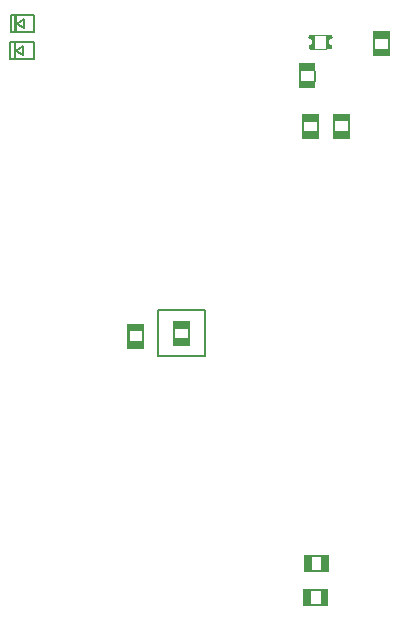
<source format=gbr>
G04 #@! TF.FileFunction,Drawing*
%FSLAX46Y46*%
G04 Gerber Fmt 4.6, Leading zero omitted, Abs format (unit mm)*
G04 Created by KiCad (PCBNEW 4.0.6) date 05/08/17 07:17:05*
%MOMM*%
%LPD*%
G01*
G04 APERTURE LIST*
%ADD10C,0.100000*%
%ADD11C,0.101600*%
%ADD12C,0.152400*%
%ADD13C,0.127000*%
G04 APERTURE END LIST*
D10*
D11*
X176190100Y-104343900D02*
G75*
G03X176890100Y-104343900I350000J0D01*
G01*
X176190100Y-106343900D02*
G75*
G02X176890100Y-106343900I350000J0D01*
G01*
X175965100Y-104818900D02*
X175965100Y-105868900D01*
X177115100Y-105843900D02*
X177115100Y-104418900D01*
X177093100Y-104493900D02*
G75*
G03X177093100Y-104493900I-103000J0D01*
G01*
D10*
G36*
X176240100Y-104843900D02*
X175915100Y-104843900D01*
X175915100Y-104343900D01*
X176240100Y-104343900D01*
X176240100Y-104843900D01*
G37*
G36*
X176865100Y-104843900D02*
X176715100Y-104843900D01*
X176715100Y-104593900D01*
X176865100Y-104593900D01*
X176865100Y-104843900D01*
G37*
G36*
X176365100Y-104843900D02*
X176215100Y-104843900D01*
X176215100Y-104593900D01*
X176365100Y-104593900D01*
X176365100Y-104843900D01*
G37*
G36*
X176740100Y-104843900D02*
X176340100Y-104843900D01*
X176340100Y-104668900D01*
X176740100Y-104668900D01*
X176740100Y-104843900D01*
G37*
G36*
X176240100Y-106343900D02*
X175915100Y-106343900D01*
X175915100Y-105843900D01*
X176240100Y-105843900D01*
X176240100Y-106343900D01*
G37*
G36*
X177165100Y-106343900D02*
X176840100Y-106343900D01*
X176840100Y-105843900D01*
X177165100Y-105843900D01*
X177165100Y-106343900D01*
G37*
G36*
X176365100Y-106093900D02*
X176215100Y-106093900D01*
X176215100Y-105843900D01*
X176365100Y-105843900D01*
X176365100Y-106093900D01*
G37*
G36*
X176865100Y-106093900D02*
X176715100Y-106093900D01*
X176715100Y-105843900D01*
X176865100Y-105843900D01*
X176865100Y-106093900D01*
G37*
G36*
X176740100Y-106018900D02*
X176340100Y-106018900D01*
X176340100Y-105843900D01*
X176740100Y-105843900D01*
X176740100Y-106018900D01*
G37*
G36*
X177140100Y-104843900D02*
X176840100Y-104843900D01*
X176840100Y-104543900D01*
X177140100Y-104543900D01*
X177140100Y-104843900D01*
G37*
G36*
X177165100Y-104418900D02*
X176940100Y-104418900D01*
X176940100Y-104343900D01*
X177165100Y-104343900D01*
X177165100Y-104418900D01*
G37*
D11*
X191211900Y-80076500D02*
G75*
G02X191211900Y-80776500I0J-350000D01*
G01*
X193211900Y-80076500D02*
G75*
G03X193211900Y-80776500I0J-350000D01*
G01*
X191686900Y-79851500D02*
X192736900Y-79851500D01*
X192711900Y-81001500D02*
X191286900Y-81001500D01*
X191464900Y-80876500D02*
G75*
G03X191464900Y-80876500I-103000J0D01*
G01*
D10*
G36*
X191711900Y-80126500D02*
X191711900Y-79801500D01*
X191211900Y-79801500D01*
X191211900Y-80126500D01*
X191711900Y-80126500D01*
G37*
G36*
X191711900Y-80751500D02*
X191711900Y-80601500D01*
X191461900Y-80601500D01*
X191461900Y-80751500D01*
X191711900Y-80751500D01*
G37*
G36*
X191711900Y-80251500D02*
X191711900Y-80101500D01*
X191461900Y-80101500D01*
X191461900Y-80251500D01*
X191711900Y-80251500D01*
G37*
G36*
X191711900Y-80626500D02*
X191711900Y-80226500D01*
X191536900Y-80226500D01*
X191536900Y-80626500D01*
X191711900Y-80626500D01*
G37*
G36*
X193211900Y-80126500D02*
X193211900Y-79801500D01*
X192711900Y-79801500D01*
X192711900Y-80126500D01*
X193211900Y-80126500D01*
G37*
G36*
X193211900Y-81051500D02*
X193211900Y-80726500D01*
X192711900Y-80726500D01*
X192711900Y-81051500D01*
X193211900Y-81051500D01*
G37*
G36*
X192961900Y-80251500D02*
X192961900Y-80101500D01*
X192711900Y-80101500D01*
X192711900Y-80251500D01*
X192961900Y-80251500D01*
G37*
G36*
X192961900Y-80751500D02*
X192961900Y-80601500D01*
X192711900Y-80601500D01*
X192711900Y-80751500D01*
X192961900Y-80751500D01*
G37*
G36*
X192886900Y-80626500D02*
X192886900Y-80226500D01*
X192711900Y-80226500D01*
X192711900Y-80626500D01*
X192886900Y-80626500D01*
G37*
G36*
X191711900Y-81026500D02*
X191711900Y-80726500D01*
X191411900Y-80726500D01*
X191411900Y-81026500D01*
X191711900Y-81026500D01*
G37*
G36*
X191286900Y-81051500D02*
X191286900Y-80826500D01*
X191211900Y-80826500D01*
X191211900Y-81051500D01*
X191286900Y-81051500D01*
G37*
D12*
X177175100Y-104933900D02*
X177175100Y-105753900D01*
X175905100Y-104933900D02*
X175905100Y-105753900D01*
D10*
G36*
X175841600Y-105750300D02*
X175841600Y-106400300D01*
X177241600Y-106400300D01*
X177241600Y-105750300D01*
X175841600Y-105750300D01*
G37*
G36*
X175841600Y-104277100D02*
X175841600Y-104927100D01*
X177241600Y-104927100D01*
X177241600Y-104277100D01*
X175841600Y-104277100D01*
G37*
D12*
X191706100Y-82896700D02*
X191706100Y-83716700D01*
X190436100Y-82896700D02*
X190436100Y-83716700D01*
D10*
G36*
X190372600Y-83713100D02*
X190372600Y-84363100D01*
X191772600Y-84363100D01*
X191772600Y-83713100D01*
X190372600Y-83713100D01*
G37*
G36*
X190372600Y-82239900D02*
X190372600Y-82889900D01*
X191772600Y-82889900D01*
X191772600Y-82239900D01*
X190372600Y-82239900D01*
G37*
D12*
X179816700Y-105525300D02*
X179816700Y-104705300D01*
X181086700Y-105525300D02*
X181086700Y-104705300D01*
D10*
G36*
X181150200Y-104708900D02*
X181150200Y-104058900D01*
X179750200Y-104058900D01*
X179750200Y-104708900D01*
X181150200Y-104708900D01*
G37*
G36*
X181150200Y-106182100D02*
X181150200Y-105532100D01*
X179750200Y-105532100D01*
X179750200Y-106182100D01*
X181150200Y-106182100D01*
G37*
D12*
X191471700Y-123936700D02*
X192291700Y-123936700D01*
X191471700Y-125206700D02*
X192291700Y-125206700D01*
D10*
G36*
X192288100Y-125270200D02*
X192938100Y-125270200D01*
X192938100Y-123870200D01*
X192288100Y-123870200D01*
X192288100Y-125270200D01*
G37*
G36*
X190814900Y-125270200D02*
X191464900Y-125270200D01*
X191464900Y-123870200D01*
X190814900Y-123870200D01*
X190814900Y-125270200D01*
G37*
D12*
X196758500Y-80988900D02*
X196758500Y-80168900D01*
X198028500Y-80988900D02*
X198028500Y-80168900D01*
D10*
G36*
X198092000Y-80172500D02*
X198092000Y-79522500D01*
X196692000Y-79522500D01*
X196692000Y-80172500D01*
X198092000Y-80172500D01*
G37*
G36*
X198092000Y-81645700D02*
X198092000Y-80995700D01*
X196692000Y-80995700D01*
X196692000Y-81645700D01*
X198092000Y-81645700D01*
G37*
D12*
X191420900Y-126817900D02*
X192240900Y-126817900D01*
X191420900Y-128087900D02*
X192240900Y-128087900D01*
D10*
G36*
X192237300Y-128151400D02*
X192887300Y-128151400D01*
X192887300Y-126751400D01*
X192237300Y-126751400D01*
X192237300Y-128151400D01*
G37*
G36*
X190764100Y-128151400D02*
X191414100Y-128151400D01*
X191414100Y-126751400D01*
X190764100Y-126751400D01*
X190764100Y-128151400D01*
G37*
D13*
X178451300Y-103089500D02*
X182401300Y-103089500D01*
X182401300Y-103089500D02*
X182401300Y-107039500D01*
X182401300Y-107039500D02*
X178451300Y-107039500D01*
X178451300Y-107039500D02*
X178451300Y-103089500D01*
D12*
X194619300Y-87155500D02*
X194619300Y-87975500D01*
X193349300Y-87155500D02*
X193349300Y-87975500D01*
D10*
G36*
X193285800Y-87971900D02*
X193285800Y-88621900D01*
X194685800Y-88621900D01*
X194685800Y-87971900D01*
X193285800Y-87971900D01*
G37*
G36*
X193285800Y-86498700D02*
X193285800Y-87148700D01*
X194685800Y-87148700D01*
X194685800Y-86498700D01*
X193285800Y-86498700D01*
G37*
D12*
X191986300Y-87188900D02*
X191986300Y-88008900D01*
X190716300Y-87188900D02*
X190716300Y-88008900D01*
D10*
G36*
X190652800Y-88005300D02*
X190652800Y-88655300D01*
X192052800Y-88655300D01*
X192052800Y-88005300D01*
X190652800Y-88005300D01*
G37*
G36*
X190652800Y-86532100D02*
X190652800Y-87182100D01*
X192052800Y-87182100D01*
X192052800Y-86532100D01*
X190652800Y-86532100D01*
G37*
D12*
X165960100Y-80454900D02*
X167960100Y-80454900D01*
X167960100Y-80454900D02*
X167960100Y-81854900D01*
X167960100Y-81854900D02*
X165960100Y-81854900D01*
X165960100Y-81854900D02*
X165960100Y-80454900D01*
X166460100Y-81154900D02*
X167060100Y-80754900D01*
X167060100Y-80754900D02*
X167060100Y-81554900D01*
X167060100Y-81554900D02*
X166460100Y-81154900D01*
D10*
G36*
X166260100Y-81854900D02*
X166460100Y-81854900D01*
X166460100Y-80454900D01*
X166260100Y-80454900D01*
X166260100Y-81854900D01*
G37*
D12*
X165992100Y-78179900D02*
X167992100Y-78179900D01*
X167992100Y-78179900D02*
X167992100Y-79579900D01*
X167992100Y-79579900D02*
X165992100Y-79579900D01*
X165992100Y-79579900D02*
X165992100Y-78179900D01*
X166492100Y-78879900D02*
X167092100Y-78479900D01*
X167092100Y-78479900D02*
X167092100Y-79279900D01*
X167092100Y-79279900D02*
X166492100Y-78879900D01*
D10*
G36*
X166292100Y-79579900D02*
X166492100Y-79579900D01*
X166492100Y-78179900D01*
X166292100Y-78179900D01*
X166292100Y-79579900D01*
G37*
M02*

</source>
